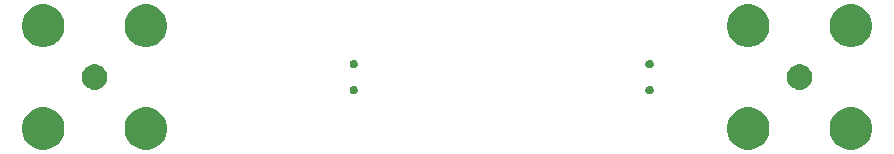
<source format=gbr>
G04 #@! TF.GenerationSoftware,KiCad,Pcbnew,5.1.5-52549c5~84~ubuntu18.04.1*
G04 #@! TF.CreationDate,2020-03-18T11:06:09+09:30*
G04 #@! TF.ProjectId,Frontend V2,46726f6e-7465-46e6-9420-56322e6b6963,rev?*
G04 #@! TF.SameCoordinates,Original*
G04 #@! TF.FileFunction,Soldermask,Bot*
G04 #@! TF.FilePolarity,Negative*
%FSLAX46Y46*%
G04 Gerber Fmt 4.6, Leading zero omitted, Abs format (unit mm)*
G04 Created by KiCad (PCBNEW 5.1.5-52549c5~84~ubuntu18.04.1) date 2020-03-18 11:06:09*
%MOMM*%
%LPD*%
G04 APERTURE LIST*
%ADD10C,0.100000*%
G04 APERTURE END LIST*
D10*
G36*
X195565331Y-55958211D02*
G01*
X195893092Y-56093974D01*
X196188070Y-56291072D01*
X196438928Y-56541930D01*
X196636026Y-56836908D01*
X196771789Y-57164669D01*
X196841000Y-57512616D01*
X196841000Y-57867384D01*
X196771789Y-58215331D01*
X196636026Y-58543092D01*
X196438928Y-58838070D01*
X196188070Y-59088928D01*
X195893092Y-59286026D01*
X195565331Y-59421789D01*
X195217384Y-59491000D01*
X194862616Y-59491000D01*
X194514669Y-59421789D01*
X194186908Y-59286026D01*
X193891930Y-59088928D01*
X193641072Y-58838070D01*
X193443974Y-58543092D01*
X193308211Y-58215331D01*
X193239000Y-57867384D01*
X193239000Y-57512616D01*
X193308211Y-57164669D01*
X193443974Y-56836908D01*
X193641072Y-56541930D01*
X193891930Y-56291072D01*
X194186908Y-56093974D01*
X194514669Y-55958211D01*
X194862616Y-55889000D01*
X195217384Y-55889000D01*
X195565331Y-55958211D01*
G37*
G36*
X144575331Y-55958211D02*
G01*
X144903092Y-56093974D01*
X145198070Y-56291072D01*
X145448928Y-56541930D01*
X145646026Y-56836908D01*
X145781789Y-57164669D01*
X145851000Y-57512616D01*
X145851000Y-57867384D01*
X145781789Y-58215331D01*
X145646026Y-58543092D01*
X145448928Y-58838070D01*
X145198070Y-59088928D01*
X144903092Y-59286026D01*
X144575331Y-59421789D01*
X144227384Y-59491000D01*
X143872616Y-59491000D01*
X143524669Y-59421789D01*
X143196908Y-59286026D01*
X142901930Y-59088928D01*
X142651072Y-58838070D01*
X142453974Y-58543092D01*
X142318211Y-58215331D01*
X142249000Y-57867384D01*
X142249000Y-57512616D01*
X142318211Y-57164669D01*
X142453974Y-56836908D01*
X142651072Y-56541930D01*
X142901930Y-56291072D01*
X143196908Y-56093974D01*
X143524669Y-55958211D01*
X143872616Y-55889000D01*
X144227384Y-55889000D01*
X144575331Y-55958211D01*
G37*
G36*
X135875331Y-55958211D02*
G01*
X136203092Y-56093974D01*
X136498070Y-56291072D01*
X136748928Y-56541930D01*
X136946026Y-56836908D01*
X137081789Y-57164669D01*
X137151000Y-57512616D01*
X137151000Y-57867384D01*
X137081789Y-58215331D01*
X136946026Y-58543092D01*
X136748928Y-58838070D01*
X136498070Y-59088928D01*
X136203092Y-59286026D01*
X135875331Y-59421789D01*
X135527384Y-59491000D01*
X135172616Y-59491000D01*
X134824669Y-59421789D01*
X134496908Y-59286026D01*
X134201930Y-59088928D01*
X133951072Y-58838070D01*
X133753974Y-58543092D01*
X133618211Y-58215331D01*
X133549000Y-57867384D01*
X133549000Y-57512616D01*
X133618211Y-57164669D01*
X133753974Y-56836908D01*
X133951072Y-56541930D01*
X134201930Y-56291072D01*
X134496908Y-56093974D01*
X134824669Y-55958211D01*
X135172616Y-55889000D01*
X135527384Y-55889000D01*
X135875331Y-55958211D01*
G37*
G36*
X204265331Y-55958211D02*
G01*
X204593092Y-56093974D01*
X204888070Y-56291072D01*
X205138928Y-56541930D01*
X205336026Y-56836908D01*
X205471789Y-57164669D01*
X205541000Y-57512616D01*
X205541000Y-57867384D01*
X205471789Y-58215331D01*
X205336026Y-58543092D01*
X205138928Y-58838070D01*
X204888070Y-59088928D01*
X204593092Y-59286026D01*
X204265331Y-59421789D01*
X203917384Y-59491000D01*
X203562616Y-59491000D01*
X203214669Y-59421789D01*
X202886908Y-59286026D01*
X202591930Y-59088928D01*
X202341072Y-58838070D01*
X202143974Y-58543092D01*
X202008211Y-58215331D01*
X201939000Y-57867384D01*
X201939000Y-57512616D01*
X202008211Y-57164669D01*
X202143974Y-56836908D01*
X202341072Y-56541930D01*
X202591930Y-56291072D01*
X202886908Y-56093974D01*
X203214669Y-55958211D01*
X203562616Y-55889000D01*
X203917384Y-55889000D01*
X204265331Y-55958211D01*
G37*
G36*
X186793842Y-54102680D02*
G01*
X186858629Y-54129516D01*
X186916937Y-54168476D01*
X186966524Y-54218063D01*
X187005484Y-54276371D01*
X187032320Y-54341158D01*
X187046000Y-54409937D01*
X187046000Y-54480063D01*
X187032320Y-54548842D01*
X187005484Y-54613629D01*
X186966524Y-54671937D01*
X186916937Y-54721524D01*
X186858629Y-54760484D01*
X186793842Y-54787320D01*
X186725063Y-54801000D01*
X186654937Y-54801000D01*
X186586158Y-54787320D01*
X186521371Y-54760484D01*
X186463063Y-54721524D01*
X186413476Y-54671937D01*
X186374516Y-54613629D01*
X186347680Y-54548842D01*
X186334000Y-54480063D01*
X186334000Y-54409937D01*
X186347680Y-54341158D01*
X186374516Y-54276371D01*
X186413476Y-54218063D01*
X186463063Y-54168476D01*
X186521371Y-54129516D01*
X186586158Y-54102680D01*
X186654937Y-54089000D01*
X186725063Y-54089000D01*
X186793842Y-54102680D01*
G37*
G36*
X161748842Y-54102680D02*
G01*
X161813629Y-54129516D01*
X161871937Y-54168476D01*
X161921524Y-54218063D01*
X161960484Y-54276371D01*
X161987320Y-54341158D01*
X162001000Y-54409937D01*
X162001000Y-54480063D01*
X161987320Y-54548842D01*
X161960484Y-54613629D01*
X161921524Y-54671937D01*
X161871937Y-54721524D01*
X161813629Y-54760484D01*
X161748842Y-54787320D01*
X161680063Y-54801000D01*
X161609937Y-54801000D01*
X161541158Y-54787320D01*
X161476371Y-54760484D01*
X161418063Y-54721524D01*
X161368476Y-54671937D01*
X161329516Y-54613629D01*
X161302680Y-54548842D01*
X161289000Y-54480063D01*
X161289000Y-54409937D01*
X161302680Y-54341158D01*
X161329516Y-54276371D01*
X161368476Y-54218063D01*
X161418063Y-54168476D01*
X161476371Y-54129516D01*
X161541158Y-54102680D01*
X161609937Y-54089000D01*
X161680063Y-54089000D01*
X161748842Y-54102680D01*
G37*
G36*
X139836453Y-52270062D02*
G01*
X140013858Y-52305350D01*
X140209677Y-52386461D01*
X140385910Y-52504216D01*
X140535784Y-52654090D01*
X140653539Y-52830323D01*
X140734650Y-53026142D01*
X140776000Y-53234023D01*
X140776000Y-53445977D01*
X140734650Y-53653858D01*
X140653539Y-53849677D01*
X140535784Y-54025910D01*
X140385910Y-54175784D01*
X140209677Y-54293539D01*
X140013858Y-54374650D01*
X139875271Y-54402217D01*
X139805978Y-54416000D01*
X139594022Y-54416000D01*
X139524729Y-54402217D01*
X139386142Y-54374650D01*
X139190323Y-54293539D01*
X139014090Y-54175784D01*
X138864216Y-54025910D01*
X138746461Y-53849677D01*
X138665350Y-53653858D01*
X138624000Y-53445977D01*
X138624000Y-53234023D01*
X138665350Y-53026142D01*
X138746461Y-52830323D01*
X138864216Y-52654090D01*
X139014090Y-52504216D01*
X139190323Y-52386461D01*
X139386142Y-52305350D01*
X139563547Y-52270062D01*
X139594022Y-52264000D01*
X139805978Y-52264000D01*
X139836453Y-52270062D01*
G37*
G36*
X199526453Y-52270062D02*
G01*
X199703858Y-52305350D01*
X199899677Y-52386461D01*
X200075910Y-52504216D01*
X200225784Y-52654090D01*
X200343539Y-52830323D01*
X200424650Y-53026142D01*
X200466000Y-53234023D01*
X200466000Y-53445977D01*
X200424650Y-53653858D01*
X200343539Y-53849677D01*
X200225784Y-54025910D01*
X200075910Y-54175784D01*
X199899677Y-54293539D01*
X199703858Y-54374650D01*
X199565271Y-54402217D01*
X199495978Y-54416000D01*
X199284022Y-54416000D01*
X199214729Y-54402217D01*
X199076142Y-54374650D01*
X198880323Y-54293539D01*
X198704090Y-54175784D01*
X198554216Y-54025910D01*
X198436461Y-53849677D01*
X198355350Y-53653858D01*
X198314000Y-53445977D01*
X198314000Y-53234023D01*
X198355350Y-53026142D01*
X198436461Y-52830323D01*
X198554216Y-52654090D01*
X198704090Y-52504216D01*
X198880323Y-52386461D01*
X199076142Y-52305350D01*
X199253547Y-52270062D01*
X199284022Y-52264000D01*
X199495978Y-52264000D01*
X199526453Y-52270062D01*
G37*
G36*
X161748842Y-51892680D02*
G01*
X161813629Y-51919516D01*
X161871937Y-51958476D01*
X161921524Y-52008063D01*
X161960484Y-52066371D01*
X161987320Y-52131158D01*
X162001000Y-52199937D01*
X162001000Y-52270063D01*
X161987320Y-52338842D01*
X161960484Y-52403629D01*
X161921524Y-52461937D01*
X161871937Y-52511524D01*
X161813629Y-52550484D01*
X161748842Y-52577320D01*
X161680063Y-52591000D01*
X161609937Y-52591000D01*
X161541158Y-52577320D01*
X161476371Y-52550484D01*
X161418063Y-52511524D01*
X161368476Y-52461937D01*
X161329516Y-52403629D01*
X161302680Y-52338842D01*
X161289000Y-52270063D01*
X161289000Y-52199937D01*
X161302680Y-52131158D01*
X161329516Y-52066371D01*
X161368476Y-52008063D01*
X161418063Y-51958476D01*
X161476371Y-51919516D01*
X161541158Y-51892680D01*
X161609937Y-51879000D01*
X161680063Y-51879000D01*
X161748842Y-51892680D01*
G37*
G36*
X186793842Y-51892680D02*
G01*
X186858629Y-51919516D01*
X186916937Y-51958476D01*
X186966524Y-52008063D01*
X187005484Y-52066371D01*
X187032320Y-52131158D01*
X187046000Y-52199937D01*
X187046000Y-52270063D01*
X187032320Y-52338842D01*
X187005484Y-52403629D01*
X186966524Y-52461937D01*
X186916937Y-52511524D01*
X186858629Y-52550484D01*
X186793842Y-52577320D01*
X186725063Y-52591000D01*
X186654937Y-52591000D01*
X186586158Y-52577320D01*
X186521371Y-52550484D01*
X186463063Y-52511524D01*
X186413476Y-52461937D01*
X186374516Y-52403629D01*
X186347680Y-52338842D01*
X186334000Y-52270063D01*
X186334000Y-52199937D01*
X186347680Y-52131158D01*
X186374516Y-52066371D01*
X186413476Y-52008063D01*
X186463063Y-51958476D01*
X186521371Y-51919516D01*
X186586158Y-51892680D01*
X186654937Y-51879000D01*
X186725063Y-51879000D01*
X186793842Y-51892680D01*
G37*
G36*
X195565331Y-47258211D02*
G01*
X195893092Y-47393974D01*
X196188070Y-47591072D01*
X196438928Y-47841930D01*
X196636026Y-48136908D01*
X196771789Y-48464669D01*
X196841000Y-48812616D01*
X196841000Y-49167384D01*
X196771789Y-49515331D01*
X196636026Y-49843092D01*
X196438928Y-50138070D01*
X196188070Y-50388928D01*
X195893092Y-50586026D01*
X195565331Y-50721789D01*
X195217384Y-50791000D01*
X194862616Y-50791000D01*
X194514669Y-50721789D01*
X194186908Y-50586026D01*
X193891930Y-50388928D01*
X193641072Y-50138070D01*
X193443974Y-49843092D01*
X193308211Y-49515331D01*
X193239000Y-49167384D01*
X193239000Y-48812616D01*
X193308211Y-48464669D01*
X193443974Y-48136908D01*
X193641072Y-47841930D01*
X193891930Y-47591072D01*
X194186908Y-47393974D01*
X194514669Y-47258211D01*
X194862616Y-47189000D01*
X195217384Y-47189000D01*
X195565331Y-47258211D01*
G37*
G36*
X204265331Y-47258211D02*
G01*
X204593092Y-47393974D01*
X204888070Y-47591072D01*
X205138928Y-47841930D01*
X205336026Y-48136908D01*
X205471789Y-48464669D01*
X205541000Y-48812616D01*
X205541000Y-49167384D01*
X205471789Y-49515331D01*
X205336026Y-49843092D01*
X205138928Y-50138070D01*
X204888070Y-50388928D01*
X204593092Y-50586026D01*
X204265331Y-50721789D01*
X203917384Y-50791000D01*
X203562616Y-50791000D01*
X203214669Y-50721789D01*
X202886908Y-50586026D01*
X202591930Y-50388928D01*
X202341072Y-50138070D01*
X202143974Y-49843092D01*
X202008211Y-49515331D01*
X201939000Y-49167384D01*
X201939000Y-48812616D01*
X202008211Y-48464669D01*
X202143974Y-48136908D01*
X202341072Y-47841930D01*
X202591930Y-47591072D01*
X202886908Y-47393974D01*
X203214669Y-47258211D01*
X203562616Y-47189000D01*
X203917384Y-47189000D01*
X204265331Y-47258211D01*
G37*
G36*
X135875331Y-47258211D02*
G01*
X136203092Y-47393974D01*
X136498070Y-47591072D01*
X136748928Y-47841930D01*
X136946026Y-48136908D01*
X137081789Y-48464669D01*
X137151000Y-48812616D01*
X137151000Y-49167384D01*
X137081789Y-49515331D01*
X136946026Y-49843092D01*
X136748928Y-50138070D01*
X136498070Y-50388928D01*
X136203092Y-50586026D01*
X135875331Y-50721789D01*
X135527384Y-50791000D01*
X135172616Y-50791000D01*
X134824669Y-50721789D01*
X134496908Y-50586026D01*
X134201930Y-50388928D01*
X133951072Y-50138070D01*
X133753974Y-49843092D01*
X133618211Y-49515331D01*
X133549000Y-49167384D01*
X133549000Y-48812616D01*
X133618211Y-48464669D01*
X133753974Y-48136908D01*
X133951072Y-47841930D01*
X134201930Y-47591072D01*
X134496908Y-47393974D01*
X134824669Y-47258211D01*
X135172616Y-47189000D01*
X135527384Y-47189000D01*
X135875331Y-47258211D01*
G37*
G36*
X144575331Y-47258211D02*
G01*
X144903092Y-47393974D01*
X145198070Y-47591072D01*
X145448928Y-47841930D01*
X145646026Y-48136908D01*
X145781789Y-48464669D01*
X145851000Y-48812616D01*
X145851000Y-49167384D01*
X145781789Y-49515331D01*
X145646026Y-49843092D01*
X145448928Y-50138070D01*
X145198070Y-50388928D01*
X144903092Y-50586026D01*
X144575331Y-50721789D01*
X144227384Y-50791000D01*
X143872616Y-50791000D01*
X143524669Y-50721789D01*
X143196908Y-50586026D01*
X142901930Y-50388928D01*
X142651072Y-50138070D01*
X142453974Y-49843092D01*
X142318211Y-49515331D01*
X142249000Y-49167384D01*
X142249000Y-48812616D01*
X142318211Y-48464669D01*
X142453974Y-48136908D01*
X142651072Y-47841930D01*
X142901930Y-47591072D01*
X143196908Y-47393974D01*
X143524669Y-47258211D01*
X143872616Y-47189000D01*
X144227384Y-47189000D01*
X144575331Y-47258211D01*
G37*
M02*

</source>
